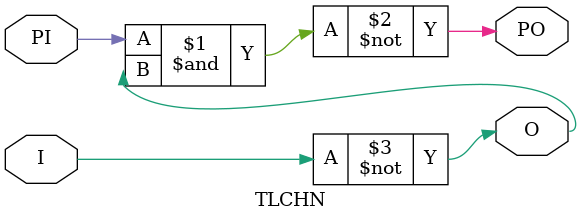
<source format=sv>

module TLCHN
(
    input I,
    input PI,
    output O,
    output PO
);

assign PO = ~(PI & O);
assign O = ~I;

endmodule
</source>
